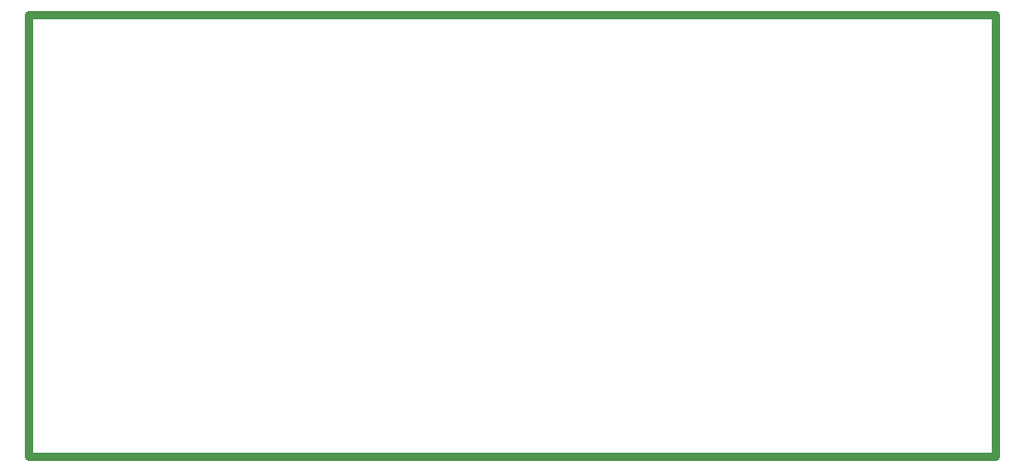
<source format=gbr>
*
*
G04 PADS Layout (Build Number 2007.65.1) generated Gerber (RS-274-X) file*
G04 PC Version=2.1*
*
%IN "RBCS_RC_MAIS_001__BLZ.P"*%
*
%MOIN*%
*
%FSLAX35Y35*%
*
*
*
*
G04 PC Standard Apertures*
*
*
G04 Thermal Relief Aperture macro.*
%AMTER*
1,1,$1,0,0*
1,0,$1-$2,0,0*
21,0,$3,$4,0,0,45*
21,0,$3,$4,0,0,135*
%
*
*
G04 Annular Aperture macro.*
%AMANN*
1,1,$1,0,0*
1,0,$2,0,0*
%
*
*
G04 Odd Aperture macro.*
%AMODD*
1,1,$1,0,0*
1,0,$1-0.005,0,0*
%
*
*
G04 PC Custom Aperture Macros*
*
*
*
*
*
*
G04 PC Aperture Table*
*
%ADD011C,0.03*%
*
*
*
*
G04 PC Copper Outlines (0)*
G04 Layer Name RBCS_RC_MAIS_001__BLZ.P - dark (0)*
%LPD*%
*
*
G04 PC Area=Custom_Thermal*
*
G04 PC Custom Flashes*
G04 Layer Name RBCS_RC_MAIS_001__BLZ.P - flashes*
%LPD*%
*
*
G04 PC Circuitry*
G04 Layer Name RBCS_RC_MAIS_001__BLZ.P - circuitry*
%LPD*%
*
G54D11*
G01X1500Y161500D02*
X351500D01*
Y1500*
X1500*
Y161500*
X0Y0D02*
M02*

</source>
